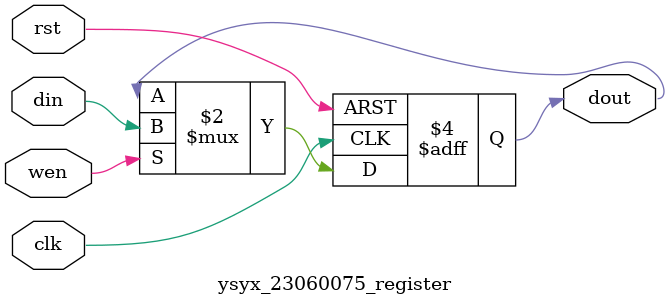
<source format=v>
module ysyx_23060075_register #(
    parameter WIDTH = 1,
    parameter RESET_VAL = 0
) (
    input  wire             clk,
    input  wire             rst,
    input  wire [WIDTH-1:0] din,
    output reg  [WIDTH-1:0] dout,
    input  wire             wen
);

    always @(posedge clk, posedge rst) begin
        if (rst) dout <= RESET_VAL;
        else if (wen) dout <= din;
    end

endmodule

</source>
